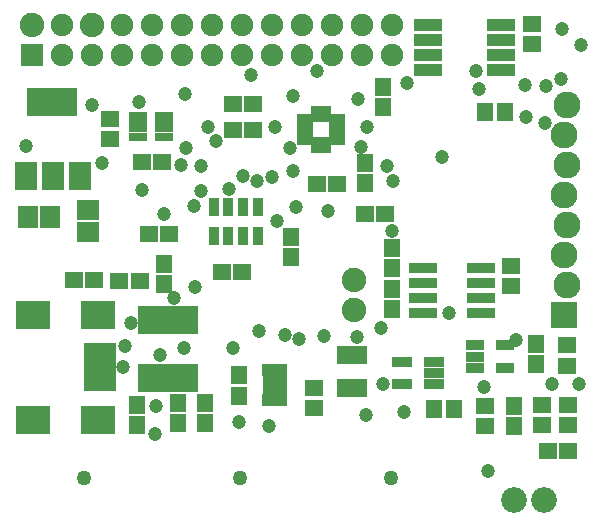
<source format=gbr>
G04 #@! TF.FileFunction,Soldermask,Top*
%FSLAX46Y46*%
G04 Gerber Fmt 4.6, Leading zero omitted, Abs format (unit mm)*
G04 Created by KiCad (PCBNEW 4.0.0-rc2-stable) date 5/23/2016 2:13:21 PM*
%MOMM*%
G01*
G04 APERTURE LIST*
%ADD10C,0.100000*%
%ADD11R,1.365200X0.704800*%
%ADD12R,0.704800X1.365200*%
%ADD13R,1.400000X1.500000*%
%ADD14R,1.500000X1.400000*%
%ADD15R,0.908000X1.492200*%
%ADD16R,2.381200X0.958800*%
%ADD17C,2.076400*%
%ADD18R,1.898600X2.406600*%
%ADD19R,4.210000X2.406600*%
%ADD20R,1.900000X1.700000*%
%ADD21R,1.700000X1.900000*%
%ADD22R,0.680000X1.090000*%
%ADD23R,2.100000X1.900000*%
%ADD24C,1.263600*%
%ADD25R,1.600000X0.950000*%
%ADD26C,2.178000*%
%ADD27R,2.432000X1.060400*%
%ADD28R,2.900000X2.400000*%
%ADD29R,2.700000X0.900000*%
%ADD30R,0.755600X2.381200*%
%ADD31R,2.279600X2.279600*%
%ADD32C,2.279600*%
%ADD33R,1.500000X0.750000*%
%ADD34R,1.500000X1.000000*%
%ADD35R,1.908000X1.908000*%
%ADD36C,1.908000*%
%ADD37R,1.720800X0.958800*%
%ADD38C,1.204800*%
G04 APERTURE END LIST*
D10*
D11*
X148660300Y-90153000D03*
X148660300Y-90635600D03*
X148660300Y-91143600D03*
X148660300Y-91651600D03*
X148660300Y-92134200D03*
D12*
X149473100Y-92464400D03*
X149981100Y-92464400D03*
X150489100Y-92464400D03*
D11*
X151301900Y-92134200D03*
X151301900Y-91651600D03*
X151301900Y-91143600D03*
X151301900Y-90635600D03*
X151301900Y-90153000D03*
D12*
X150489100Y-89822800D03*
X149981100Y-89822800D03*
X149473100Y-89822800D03*
D13*
X155271100Y-89233600D03*
X155271100Y-87533600D03*
D14*
X151341100Y-95713600D03*
X149641100Y-95713600D03*
X142501100Y-91173600D03*
X144201100Y-91173600D03*
X142501100Y-88933600D03*
X144201100Y-88933600D03*
D13*
X153711100Y-95693600D03*
X153711100Y-93993600D03*
D15*
X140891500Y-100158200D03*
X142136100Y-100158200D03*
X143406100Y-100158200D03*
X144650700Y-100158200D03*
X144650700Y-97669000D03*
X143406100Y-97669000D03*
X142136100Y-97669000D03*
X140891500Y-97669000D03*
D14*
X135431100Y-100003600D03*
X137131100Y-100003600D03*
D13*
X147471100Y-101953600D03*
X147471100Y-100253600D03*
D14*
X141621100Y-103193600D03*
X143321100Y-103193600D03*
D16*
X158607300Y-102838600D03*
X158607300Y-104108600D03*
X158607300Y-105378600D03*
X158607300Y-106648600D03*
X163534900Y-106648600D03*
X163534900Y-105378600D03*
X163534900Y-104108600D03*
X163534900Y-102838600D03*
D14*
X166071100Y-104413600D03*
X166071100Y-102713600D03*
D17*
X152761100Y-106373600D03*
X152761100Y-103833600D03*
D13*
X156011100Y-101153600D03*
X156011100Y-102853600D03*
X156011100Y-106303600D03*
X156011100Y-104603600D03*
D14*
X153711100Y-98253600D03*
X155411100Y-98253600D03*
D18*
X124970500Y-95073200D03*
X127256500Y-95073200D03*
X129542500Y-95073200D03*
D19*
X127231100Y-88774000D03*
D20*
X130281100Y-97913600D03*
X130281100Y-99813600D03*
D21*
X127071100Y-98523600D03*
X125171100Y-98523600D03*
D14*
X136501100Y-93853600D03*
X134801100Y-93853600D03*
X132111100Y-90203600D03*
X132111100Y-91903600D03*
D22*
X145301100Y-111491600D03*
X145801100Y-111493600D03*
X146301100Y-111493600D03*
X146801100Y-111493600D03*
X145339100Y-113993600D03*
X145833100Y-113993600D03*
X146301100Y-113993600D03*
X146801100Y-113993600D03*
D23*
X146051100Y-112743600D03*
D13*
X143081100Y-113653600D03*
X143081100Y-111953600D03*
X136701100Y-104233600D03*
X136701100Y-102533600D03*
D14*
X149391100Y-113013600D03*
X149391100Y-114713600D03*
D24*
X155871100Y-120605600D03*
X143121100Y-120605600D03*
X129901100Y-120605600D03*
D25*
X162991000Y-109403600D03*
X162991000Y-110353600D03*
X162991000Y-111303600D03*
X165591200Y-111303600D03*
X165591200Y-109403600D03*
D13*
X161251100Y-114803600D03*
X159551100Y-114803600D03*
D14*
X163831100Y-116223600D03*
X163831100Y-114523600D03*
X168661100Y-114473600D03*
X168661100Y-116173600D03*
X170771100Y-109413600D03*
X170771100Y-111113600D03*
D13*
X168191100Y-111013600D03*
X168191100Y-109313600D03*
D14*
X170871100Y-118373600D03*
X169171100Y-118373600D03*
D13*
X166291100Y-114513600D03*
X166291100Y-116213600D03*
D26*
X168901100Y-122463600D03*
X166301100Y-122463600D03*
D27*
X159067700Y-82248600D03*
X165214500Y-82248600D03*
X159067700Y-83518600D03*
X159067700Y-84788600D03*
X165214500Y-83518600D03*
X165214500Y-84788600D03*
X159067700Y-86058600D03*
X165214500Y-86058600D03*
D13*
X163861100Y-89673600D03*
X165561100Y-89673600D03*
D14*
X167851100Y-83913600D03*
X167851100Y-82213600D03*
D13*
X137891100Y-115963600D03*
X137891100Y-114263600D03*
D14*
X129041100Y-103903600D03*
X130741100Y-103903600D03*
D13*
X140171100Y-115963600D03*
X140171100Y-114263600D03*
D14*
X132921100Y-103923600D03*
X134621100Y-103923600D03*
D13*
X134371100Y-114463600D03*
X134371100Y-116163600D03*
D28*
X131141100Y-115703600D03*
X131141100Y-106803600D03*
X125641100Y-115703600D03*
X125641100Y-106803600D03*
D29*
X131241100Y-111253600D03*
X131241100Y-112053600D03*
X131241100Y-110453600D03*
X131241100Y-109653600D03*
X131241100Y-112853600D03*
D30*
X139266300Y-107249800D03*
X138605900Y-107249800D03*
X137996300Y-107249800D03*
X137335900Y-107249800D03*
X136726300Y-107249800D03*
X136065900Y-107249800D03*
X135456300Y-107249800D03*
X134795900Y-107249800D03*
X134795900Y-112177400D03*
X135456300Y-112177400D03*
X136065900Y-112177400D03*
X136726300Y-112177400D03*
X137335900Y-112177400D03*
X137996300Y-112177400D03*
X138605900Y-112177400D03*
X139266300Y-112177400D03*
D31*
X170584100Y-106843600D03*
D32*
X170838100Y-104303600D03*
X170584100Y-101763600D03*
X170838100Y-99223600D03*
X170584100Y-96683600D03*
X170838100Y-94143600D03*
X170584100Y-91603600D03*
X170838100Y-89063600D03*
D33*
X136731100Y-89943600D03*
D34*
X136731100Y-90863600D03*
D33*
X136731100Y-91743600D03*
X134531100Y-89943600D03*
D34*
X134521100Y-90863600D03*
D33*
X134521100Y-91743600D03*
D35*
X125501100Y-84783600D03*
D17*
X125501100Y-82243600D03*
D36*
X128041100Y-84783600D03*
X128041100Y-82243600D03*
X130581100Y-84783600D03*
D17*
X130581100Y-82243600D03*
D36*
X133121100Y-84783600D03*
X133121100Y-82243600D03*
X135661100Y-84783600D03*
X135661100Y-82243600D03*
X138201100Y-84783600D03*
X138201100Y-82243600D03*
X140741100Y-84783600D03*
X140741100Y-82243600D03*
X143281100Y-84783600D03*
X143281100Y-82243600D03*
X145821100Y-84783600D03*
X145821100Y-82243600D03*
X148361100Y-84783600D03*
X148361100Y-82243600D03*
X150901100Y-84783600D03*
X150901100Y-82243600D03*
X153441100Y-84783600D03*
X153441100Y-82243600D03*
X155981100Y-84783600D03*
X155981100Y-82243600D03*
D13*
X151981100Y-113023600D03*
X153181100Y-113023600D03*
X153181100Y-110223600D03*
X151981100Y-110223600D03*
D14*
X170891100Y-116143600D03*
X170891100Y-114443600D03*
D37*
X159542700Y-112653400D03*
X159542700Y-111713600D03*
X159542700Y-110773800D03*
X156799500Y-110773800D03*
X156799500Y-112653400D03*
D38*
X138561100Y-92653600D03*
X140421100Y-90933600D03*
X156021100Y-99733600D03*
X160831100Y-106653600D03*
X147401100Y-92713600D03*
X147601100Y-94633600D03*
X145811100Y-95123600D03*
X146051100Y-90933600D03*
X139231100Y-97573600D03*
X144711100Y-108193600D03*
X155221100Y-112633600D03*
X155031100Y-107933600D03*
X134561100Y-88833600D03*
X142171100Y-96173600D03*
X146941100Y-108563600D03*
X136711100Y-98283600D03*
X134791100Y-96223600D03*
X147571100Y-88263600D03*
X153111100Y-88573600D03*
X157231100Y-87183600D03*
X163381100Y-87733600D03*
X142551100Y-109643600D03*
X153831100Y-115303600D03*
X169521100Y-112713600D03*
X157021100Y-115003600D03*
X141101100Y-92073600D03*
X138121100Y-94093600D03*
X150571100Y-97993600D03*
X163791100Y-112953600D03*
X166461100Y-108963600D03*
X171851100Y-112643600D03*
X160261100Y-93453600D03*
X156081100Y-95503600D03*
X131421100Y-93993600D03*
X148131100Y-108873600D03*
X143031100Y-115853600D03*
X145541100Y-116213600D03*
X149611100Y-86203600D03*
X163071100Y-86133600D03*
X170271100Y-86883600D03*
X170361100Y-82583600D03*
X137571100Y-105393600D03*
X139301100Y-104463600D03*
X133381100Y-109423600D03*
X133201100Y-111253600D03*
X133881100Y-107533600D03*
X135901100Y-116933600D03*
X135981100Y-114553600D03*
X136321100Y-110253600D03*
X138411100Y-109583600D03*
X153851100Y-90913600D03*
X144061100Y-86473600D03*
X153331100Y-92613600D03*
X143401100Y-95103600D03*
X146221100Y-98873600D03*
X150271100Y-108633600D03*
X138481100Y-88153600D03*
X130601100Y-89073600D03*
X155591100Y-94243600D03*
X139811100Y-96303600D03*
X139841100Y-94213600D03*
X124981100Y-92533600D03*
X164151100Y-120023600D03*
X167221100Y-87343600D03*
X167331100Y-90083600D03*
X172021100Y-83953600D03*
X169031100Y-87463600D03*
X168951100Y-90573600D03*
X144591100Y-95503600D03*
X147871100Y-97663600D03*
X153021100Y-108703600D03*
M02*

</source>
